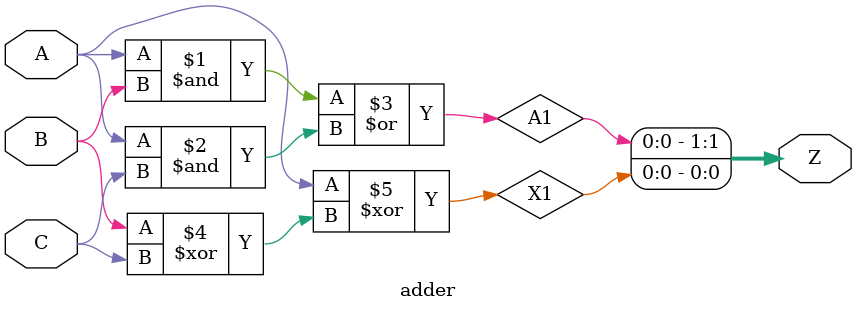
<source format=v>
module adder (

 input wire A,
 input wire B,

 input wire C,

  output wire [1:0] Z
 
 );
 
  wire A1 = (A & B) | (A & C);
  wire X1 = A ^ (B ^ C);

   assign Z = {A1, X1};

endmodule


</source>
